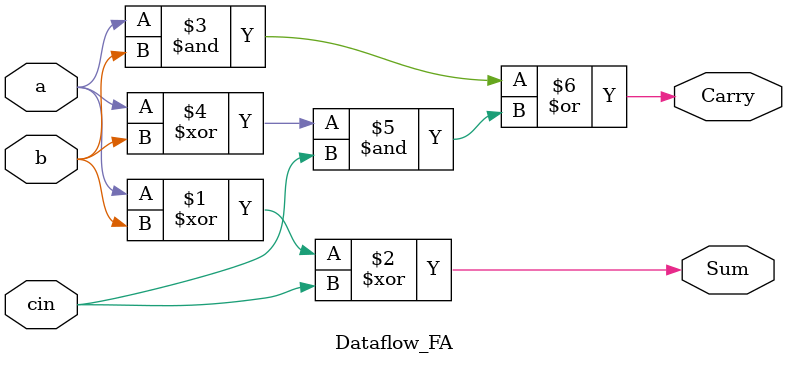
<source format=v>
module Dataflow_FA(Sum, Carry, a, b, cin);
    input a, b, cin;
    output Sum, Carry;

    assign Sum = a ^ b ^ cin;
    assign Carry = (a & b) | ((a^b) & cin);
endmodule

</source>
